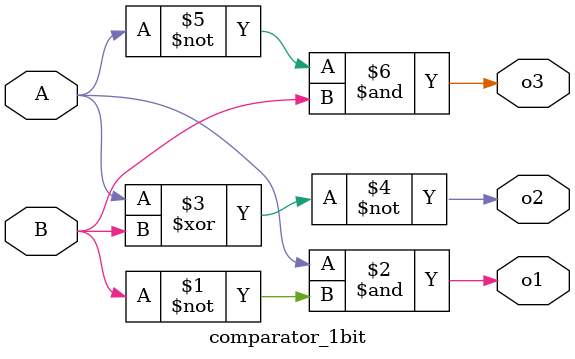
<source format=v>
module comparator_1bit (
              // Inputs
    input  A,
    input  B,

                // Outputs
    output o1, // A > B
    output o2, // A = B
    output o3  // A < B
);
    assign o1 = A & ~B;
    assign o2 = ~(A ^ B);
    assign o3 = ~A & B;

endmodule
</source>
